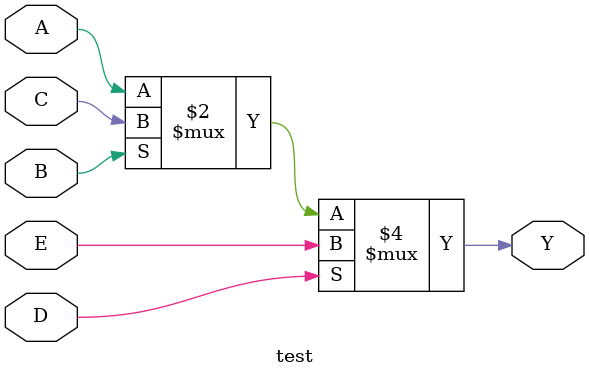
<source format=v>
module test(input A, B, C, D, E,
            output reg Y);
    always @* begin
	Y <= A;
	if (B)
	    Y <= C;
	if (D)
	    Y <= E;
    end
endmodule

</source>
